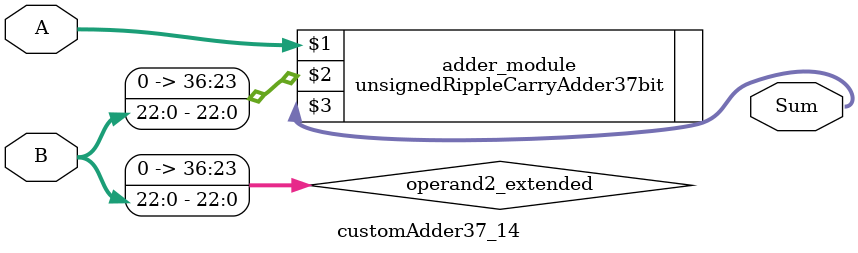
<source format=v>
module customAdder37_14(
                        input [36 : 0] A,
                        input [22 : 0] B,
                        
                        output [37 : 0] Sum
                );

        wire [36 : 0] operand2_extended;
        
        assign operand2_extended =  {14'b0, B};
        
        unsignedRippleCarryAdder37bit adder_module(
            A,
            operand2_extended,
            Sum
        );
        
        endmodule
        
</source>
